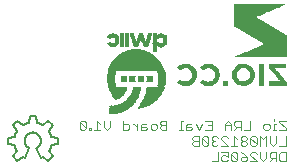
<source format=gbr>
G04 EAGLE Gerber RS-274X export*
G75*
%MOMM*%
%FSLAX34Y34*%
%LPD*%
%AMOC8*
5,1,8,0,0,1.08239X$1,22.5*%
G01*
%ADD10C,0.101600*%
%ADD11C,0.152400*%
%ADD12R,0.120000X0.020000*%
%ADD13R,0.340000X0.020000*%
%ADD14R,0.320000X0.020000*%
%ADD15R,0.140000X0.020000*%
%ADD16R,0.280000X0.020000*%
%ADD17R,0.360000X0.020000*%
%ADD18R,0.420000X0.020000*%
%ADD19R,0.380000X0.020000*%
%ADD20R,0.480000X0.020000*%
%ADD21R,0.540000X0.020000*%
%ADD22R,0.560000X0.020000*%
%ADD23R,0.400000X0.020000*%
%ADD24R,0.640000X0.020000*%
%ADD25R,0.620000X0.020000*%
%ADD26R,0.700000X0.020000*%
%ADD27R,0.660000X0.020000*%
%ADD28R,0.740000X0.020000*%
%ADD29R,1.080000X0.020000*%
%ADD30R,0.800000X0.020000*%
%ADD31R,1.100000X0.020000*%
%ADD32R,0.440000X0.020000*%
%ADD33R,0.840000X0.020000*%
%ADD34R,1.120000X0.020000*%
%ADD35R,0.460000X0.020000*%
%ADD36R,0.860000X0.020000*%
%ADD37R,0.900000X0.020000*%
%ADD38R,1.140000X0.020000*%
%ADD39R,0.920000X0.020000*%
%ADD40R,1.160000X0.020000*%
%ADD41R,0.960000X0.020000*%
%ADD42R,0.500000X0.020000*%
%ADD43R,0.520000X0.020000*%
%ADD44R,0.940000X0.020000*%
%ADD45R,0.260000X0.020000*%
%ADD46R,0.180000X0.020000*%
%ADD47R,0.580000X0.020000*%
%ADD48R,0.060000X0.020000*%
%ADD49R,0.600000X0.020000*%
%ADD50R,0.300000X0.020000*%
%ADD51R,0.040000X0.020000*%
%ADD52R,0.100000X0.020000*%
%ADD53R,0.160000X0.020000*%
%ADD54R,0.220000X0.020000*%
%ADD55R,0.980000X0.020000*%
%ADD56R,0.880000X0.020000*%
%ADD57R,0.760000X0.020000*%
%ADD58R,1.060000X0.020000*%
%ADD59R,0.720000X0.020000*%
%ADD60R,0.820000X0.020000*%
%ADD61R,1.180000X0.020000*%
%ADD62R,1.340000X0.020000*%
%ADD63R,1.460000X0.020000*%
%ADD64R,1.600000X0.020000*%
%ADD65R,1.700000X0.020000*%
%ADD66R,1.820000X0.020000*%
%ADD67R,1.900000X0.020000*%
%ADD68R,1.980000X0.020000*%
%ADD69R,2.100000X0.020000*%
%ADD70R,2.160000X0.020000*%
%ADD71R,2.260000X0.020000*%
%ADD72R,2.340000X0.020000*%
%ADD73R,2.400000X0.020000*%
%ADD74R,2.480000X0.020000*%
%ADD75R,2.540000X0.020000*%
%ADD76R,2.600000X0.020000*%
%ADD77R,2.680000X0.020000*%
%ADD78R,2.720000X0.020000*%
%ADD79R,2.800000X0.020000*%
%ADD80R,2.840000X0.020000*%
%ADD81R,2.900000X0.020000*%
%ADD82R,2.960000X0.020000*%
%ADD83R,3.000000X0.020000*%
%ADD84R,3.060000X0.020000*%
%ADD85R,3.120000X0.020000*%
%ADD86R,3.160000X0.020000*%
%ADD87R,3.200000X0.020000*%
%ADD88R,3.260000X0.020000*%
%ADD89R,3.300000X0.020000*%
%ADD90R,3.340000X0.020000*%
%ADD91R,3.380000X0.020000*%
%ADD92R,3.420000X0.020000*%
%ADD93R,3.460000X0.020000*%
%ADD94R,3.520000X0.020000*%
%ADD95R,3.540000X0.020000*%
%ADD96R,3.580000X0.020000*%
%ADD97R,3.620000X0.020000*%
%ADD98R,3.660000X0.020000*%
%ADD99R,3.700000X0.020000*%
%ADD100R,3.740000X0.020000*%
%ADD101R,3.780000X0.020000*%
%ADD102R,3.800000X0.020000*%
%ADD103R,3.840000X0.020000*%
%ADD104R,3.860000X0.020000*%
%ADD105R,3.900000X0.020000*%
%ADD106R,3.940000X0.020000*%
%ADD107R,3.960000X0.020000*%
%ADD108R,3.980000X0.020000*%
%ADD109R,4.020000X0.020000*%
%ADD110R,4.060000X0.020000*%
%ADD111R,4.080000X0.020000*%
%ADD112R,4.100000X0.020000*%
%ADD113R,4.120000X0.020000*%
%ADD114R,4.160000X0.020000*%
%ADD115R,4.180000X0.020000*%
%ADD116R,4.200000X0.020000*%
%ADD117R,4.240000X0.020000*%
%ADD118R,4.260000X0.020000*%
%ADD119R,4.280000X0.020000*%
%ADD120R,4.300000X0.020000*%
%ADD121R,4.320000X0.020000*%
%ADD122R,4.340000X0.020000*%
%ADD123R,4.380000X0.020000*%
%ADD124R,4.400000X0.020000*%
%ADD125R,4.440000X0.020000*%
%ADD126R,4.460000X0.020000*%
%ADD127R,4.500000X0.020000*%
%ADD128R,4.520000X0.020000*%
%ADD129R,4.540000X0.020000*%
%ADD130R,4.560000X0.020000*%
%ADD131R,4.580000X0.020000*%
%ADD132R,4.600000X0.020000*%
%ADD133R,4.620000X0.020000*%
%ADD134R,4.640000X0.020000*%
%ADD135R,4.660000X0.020000*%
%ADD136R,4.680000X0.020000*%
%ADD137R,4.700000X0.020000*%
%ADD138R,4.720000X0.020000*%
%ADD139R,4.740000X0.020000*%
%ADD140R,0.680000X0.020000*%
%ADD141R,1.480000X0.020000*%
%ADD142R,1.580000X0.020000*%
%ADD143R,1.560000X0.020000*%
%ADD144R,1.540000X0.020000*%
%ADD145R,1.520000X0.020000*%
%ADD146R,1.500000X0.020000*%
%ADD147R,1.440000X0.020000*%
%ADD148R,1.400000X0.020000*%
%ADD149R,1.420000X0.020000*%
%ADD150R,1.380000X0.020000*%
%ADD151R,1.360000X0.020000*%
%ADD152R,1.320000X0.020000*%
%ADD153R,1.300000X0.020000*%
%ADD154R,1.260000X0.020000*%
%ADD155R,1.220000X0.020000*%
%ADD156R,1.200000X0.020000*%
%ADD157R,1.040000X0.020000*%
%ADD158R,1.020000X0.020000*%
%ADD159R,1.000000X0.020000*%
%ADD160R,1.280000X0.020000*%
%ADD161R,0.780000X0.020000*%
%ADD162R,1.240000X0.020000*%
%ADD163R,0.020000X0.020000*%
%ADD164R,1.840000X0.020000*%
%ADD165R,1.800000X0.020000*%
%ADD166R,1.780000X0.020000*%
%ADD167R,1.760000X0.020000*%
%ADD168R,1.740000X0.020000*%
%ADD169R,1.680000X0.020000*%
%ADD170R,1.660000X0.020000*%
%ADD171R,1.620000X0.020000*%

G36*
X296769Y94977D02*
X296769Y94977D01*
X296768Y94978D01*
X296769Y94979D01*
X296769Y113689D01*
X296764Y113694D01*
X296764Y113699D01*
X296528Y113853D01*
X296527Y113853D01*
X295093Y114692D01*
X293660Y115528D01*
X292224Y116364D01*
X290788Y117198D01*
X289351Y118032D01*
X287915Y118866D01*
X286480Y119700D01*
X285042Y120534D01*
X283607Y121368D01*
X282193Y122189D01*
X280779Y123010D01*
X279368Y123833D01*
X276544Y125479D01*
X275134Y126305D01*
X273724Y127134D01*
X272318Y127964D01*
X270942Y128801D01*
X272476Y129486D01*
X274039Y130157D01*
X275606Y130825D01*
X277174Y131491D01*
X278741Y132154D01*
X280310Y132816D01*
X281879Y133478D01*
X283450Y134137D01*
X285056Y134812D01*
X286661Y135486D01*
X288267Y136161D01*
X289873Y136838D01*
X291478Y137513D01*
X293084Y138189D01*
X294688Y138868D01*
X296292Y139550D01*
X296294Y139555D01*
X296299Y139559D01*
X296297Y139561D01*
X296299Y139564D01*
X296292Y139567D01*
X296288Y139573D01*
X294642Y139681D01*
X294641Y139681D01*
X294307Y139685D01*
X294304Y139685D01*
X293198Y139696D01*
X293198Y139697D01*
X293195Y139697D01*
X292942Y139699D01*
X291519Y139708D01*
X291514Y139708D01*
X291243Y139710D01*
X289544Y139718D01*
X288223Y139720D01*
X288208Y139720D01*
X287845Y139721D01*
X286146Y139725D01*
X284447Y139727D01*
X282747Y139728D01*
X281048Y139730D01*
X279349Y139730D01*
X277650Y139732D01*
X274252Y139732D01*
X274133Y139732D01*
X274104Y139732D01*
X272533Y139734D01*
X267376Y139734D01*
X265657Y139736D01*
X262218Y139736D01*
X260499Y139738D01*
X255342Y139738D01*
X253623Y139739D01*
X253623Y139740D01*
X251904Y139740D01*
X251892Y139729D01*
X251893Y139728D01*
X251892Y139728D01*
X251892Y120940D01*
X251897Y120935D01*
X251898Y120930D01*
X253337Y120096D01*
X256219Y118424D01*
X257659Y117589D01*
X259100Y116755D01*
X260539Y115919D01*
X261980Y115083D01*
X263421Y114247D01*
X264861Y113412D01*
X266303Y112576D01*
X267746Y111738D01*
X269187Y110901D01*
X270629Y110061D01*
X272071Y109222D01*
X273513Y108383D01*
X274952Y107539D01*
X276391Y106696D01*
X277803Y105854D01*
X276162Y105139D01*
X274492Y104430D01*
X272823Y103724D01*
X271153Y103020D01*
X269481Y102316D01*
X267808Y101614D01*
X266137Y100911D01*
X264527Y100236D01*
X262916Y99560D01*
X261305Y98885D01*
X259696Y98210D01*
X258084Y97534D01*
X256473Y96859D01*
X253254Y95505D01*
X252057Y94999D01*
X252054Y94993D01*
X252049Y94989D01*
X252051Y94987D01*
X252050Y94985D01*
X252056Y94981D01*
X252061Y94976D01*
X257218Y94976D01*
X258936Y94974D01*
X265812Y94974D01*
X267531Y94972D01*
X274409Y94972D01*
X276128Y94970D01*
X283005Y94970D01*
X284724Y94969D01*
X291600Y94969D01*
X293319Y94967D01*
X296757Y94967D01*
X296769Y94977D01*
G37*
G36*
X260898Y70631D02*
X260898Y70631D01*
X261440Y70644D01*
X261441Y70644D01*
X262705Y70821D01*
X262705Y70822D01*
X262706Y70822D01*
X262707Y70822D01*
X264397Y71425D01*
X264398Y71427D01*
X264399Y71426D01*
X265946Y72339D01*
X265947Y72340D01*
X265948Y72340D01*
X267298Y73523D01*
X267298Y73525D01*
X267299Y73525D01*
X268384Y74904D01*
X268383Y74905D01*
X268385Y74906D01*
X269184Y76466D01*
X269184Y76467D01*
X269185Y76468D01*
X269649Y78160D01*
X269649Y78161D01*
X269650Y78162D01*
X269794Y79908D01*
X269793Y79909D01*
X269794Y79910D01*
X269659Y81702D01*
X269658Y81704D01*
X269658Y81705D01*
X269176Y83437D01*
X269174Y83438D01*
X269175Y83439D01*
X268370Y85026D01*
X268369Y85027D01*
X268369Y85028D01*
X267273Y86431D01*
X267272Y86431D01*
X267272Y86432D01*
X265933Y87608D01*
X265932Y87608D01*
X265932Y87610D01*
X264403Y88520D01*
X264401Y88520D01*
X264401Y88521D01*
X262729Y89138D01*
X262728Y89137D01*
X262727Y89138D01*
X261328Y89363D01*
X261327Y89363D01*
X260899Y89385D01*
X260524Y89404D01*
X260047Y89428D01*
X259911Y89435D01*
X259910Y89434D01*
X259910Y89435D01*
X258496Y89354D01*
X258495Y89353D01*
X258494Y89354D01*
X256729Y88900D01*
X256728Y88899D01*
X256727Y88900D01*
X255063Y88155D01*
X255062Y88154D01*
X255061Y88154D01*
X253552Y87134D01*
X253552Y87132D01*
X253550Y87132D01*
X252567Y86121D01*
X252567Y86120D01*
X252565Y86120D01*
X251752Y84967D01*
X251752Y84966D01*
X251751Y84966D01*
X251096Y83715D01*
X251096Y83714D01*
X251095Y83714D01*
X250624Y82384D01*
X250624Y82382D01*
X250623Y82382D01*
X250407Y80820D01*
X250408Y80819D01*
X250407Y80818D01*
X250407Y79238D01*
X250408Y79237D01*
X250407Y79236D01*
X250625Y77675D01*
X250626Y77674D01*
X250625Y77672D01*
X251187Y76101D01*
X251188Y76101D01*
X251188Y76100D01*
X252009Y74646D01*
X252010Y74645D01*
X252010Y74644D01*
X253072Y73358D01*
X253074Y73358D01*
X253074Y73357D01*
X254349Y72281D01*
X254350Y72281D01*
X254350Y72280D01*
X255793Y71444D01*
X255795Y71445D01*
X255795Y71444D01*
X257190Y70908D01*
X257192Y70908D01*
X257193Y70907D01*
X258667Y70658D01*
X258668Y70659D01*
X258668Y70658D01*
X260162Y70614D01*
X260163Y70615D01*
X260163Y70614D01*
X260898Y70631D01*
G37*
G36*
X296873Y70826D02*
X296873Y70826D01*
X296873Y70827D01*
X296871Y72369D01*
X296868Y73911D01*
X296864Y73915D01*
X296865Y73919D01*
X295866Y75080D01*
X294868Y76239D01*
X292871Y78562D01*
X291872Y79721D01*
X290874Y80883D01*
X289873Y82044D01*
X288875Y83203D01*
X287876Y84365D01*
X286895Y85505D01*
X288482Y85514D01*
X291708Y85532D01*
X293321Y85541D01*
X294934Y85550D01*
X296549Y85559D01*
X296561Y85570D01*
X296560Y85571D01*
X296561Y85571D01*
X296561Y89125D01*
X296550Y89136D01*
X296549Y89136D01*
X296549Y89137D01*
X281596Y89137D01*
X281585Y89126D01*
X281585Y89125D01*
X281584Y89125D01*
X281584Y86092D01*
X281588Y86089D01*
X281587Y86085D01*
X282589Y84918D01*
X283592Y83753D01*
X284594Y82586D01*
X285596Y81421D01*
X286598Y80256D01*
X287600Y79090D01*
X288603Y77925D01*
X289605Y76758D01*
X290607Y75593D01*
X291592Y74446D01*
X291384Y74445D01*
X291379Y74445D01*
X289948Y74437D01*
X289204Y74433D01*
X289199Y74433D01*
X288277Y74428D01*
X287023Y74421D01*
X287018Y74421D01*
X286607Y74418D01*
X284938Y74409D01*
X284846Y74409D01*
X284840Y74409D01*
X283266Y74400D01*
X282510Y74397D01*
X282503Y74397D01*
X281596Y74393D01*
X281584Y74382D01*
X281585Y74382D01*
X281584Y74381D01*
X281584Y70827D01*
X281595Y70816D01*
X281596Y70816D01*
X296861Y70816D01*
X296873Y70826D01*
G37*
G36*
X231435Y70615D02*
X231435Y70615D01*
X231436Y70614D01*
X233144Y70810D01*
X233145Y70812D01*
X233146Y70811D01*
X234715Y71365D01*
X234716Y71366D01*
X234717Y71366D01*
X236168Y72181D01*
X236168Y72183D01*
X236169Y72183D01*
X237440Y73254D01*
X237441Y73256D01*
X237442Y73256D01*
X238492Y74545D01*
X238492Y74547D01*
X238493Y74547D01*
X239296Y76005D01*
X239295Y76006D01*
X239297Y76006D01*
X239852Y77575D01*
X239852Y77577D01*
X239853Y77578D01*
X240025Y78794D01*
X240024Y78795D01*
X240025Y78795D01*
X240040Y80028D01*
X240039Y80028D01*
X240040Y80028D01*
X240010Y81365D01*
X240009Y81366D01*
X240010Y81367D01*
X239752Y82675D01*
X239751Y82676D01*
X239752Y82677D01*
X239185Y84149D01*
X239184Y84150D01*
X239184Y84151D01*
X238394Y85517D01*
X238393Y85517D01*
X238393Y85519D01*
X237382Y86729D01*
X237380Y86729D01*
X237380Y86731D01*
X236173Y87744D01*
X236172Y87744D01*
X236171Y87745D01*
X234805Y88532D01*
X234804Y88531D01*
X234803Y88532D01*
X233328Y89092D01*
X233326Y89091D01*
X233326Y89092D01*
X231766Y89380D01*
X231765Y89379D01*
X231764Y89380D01*
X231755Y89380D01*
X231442Y89392D01*
X231129Y89404D01*
X230816Y89416D01*
X230815Y89416D01*
X230503Y89428D01*
X230502Y89428D01*
X230189Y89440D01*
X230180Y89440D01*
X230179Y89440D01*
X228599Y89299D01*
X228598Y89299D01*
X228597Y89299D01*
X227249Y89003D01*
X227248Y89002D01*
X225956Y88514D01*
X225956Y88513D01*
X225955Y88513D01*
X224764Y87815D01*
X224764Y87813D01*
X224763Y87814D01*
X223673Y86965D01*
X223672Y86965D01*
X223314Y86658D01*
X223313Y86649D01*
X223312Y86648D01*
X223312Y86647D01*
X223312Y86642D01*
X223313Y86642D01*
X223313Y86641D01*
X223955Y85902D01*
X224595Y85165D01*
X225878Y83687D01*
X225885Y83686D01*
X225887Y83686D01*
X225894Y83685D01*
X225895Y83685D01*
X226644Y84248D01*
X228058Y85121D01*
X229633Y85643D01*
X231290Y85671D01*
X232870Y85173D01*
X234149Y84275D01*
X235098Y83034D01*
X235676Y81580D01*
X235875Y80026D01*
X235696Y78471D01*
X235136Y77009D01*
X234211Y75748D01*
X233145Y74914D01*
X231883Y74429D01*
X230533Y74290D01*
X229065Y74438D01*
X227689Y74962D01*
X226474Y75804D01*
X225802Y76358D01*
X225786Y76357D01*
X224491Y75051D01*
X223844Y74400D01*
X223196Y73747D01*
X223196Y73744D01*
X223196Y73743D01*
X223195Y73732D01*
X223197Y73732D01*
X223197Y73730D01*
X223875Y73105D01*
X223876Y73105D01*
X223876Y73104D01*
X225112Y72106D01*
X225113Y72106D01*
X225113Y72105D01*
X226492Y71320D01*
X226494Y71320D01*
X226494Y71319D01*
X227998Y70811D01*
X227999Y70811D01*
X228000Y70810D01*
X229710Y70618D01*
X229711Y70619D01*
X229711Y70618D01*
X231434Y70614D01*
X231435Y70615D01*
G37*
G36*
X212170Y70613D02*
X212170Y70613D01*
X212171Y70613D01*
X213919Y70814D01*
X213921Y70815D01*
X213922Y70814D01*
X215491Y71383D01*
X215492Y71385D01*
X215493Y71384D01*
X216931Y72231D01*
X216931Y72232D01*
X216932Y72232D01*
X218192Y73326D01*
X218193Y73327D01*
X218194Y73327D01*
X219234Y74631D01*
X219234Y74633D01*
X219236Y74633D01*
X220029Y76102D01*
X220029Y76103D01*
X220030Y76103D01*
X220553Y77689D01*
X220553Y77690D01*
X220554Y77691D01*
X220557Y77714D01*
X220564Y77762D01*
X220569Y77797D01*
X220571Y77809D01*
X220576Y77845D01*
X220578Y77857D01*
X220583Y77893D01*
X220590Y77941D01*
X220597Y77988D01*
X220598Y77988D01*
X220597Y77988D01*
X220605Y78036D01*
X220610Y78072D01*
X220612Y78084D01*
X220617Y78120D01*
X220619Y78132D01*
X220624Y78167D01*
X220631Y78215D01*
X220638Y78263D01*
X220645Y78311D01*
X220650Y78346D01*
X220650Y78347D01*
X220652Y78358D01*
X220657Y78394D01*
X220659Y78406D01*
X220664Y78442D01*
X220671Y78490D01*
X220678Y78537D01*
X220678Y78538D01*
X220685Y78585D01*
X220691Y78621D01*
X220692Y78633D01*
X220698Y78669D01*
X220699Y78681D01*
X220705Y78717D01*
X220712Y78764D01*
X220719Y78812D01*
X220726Y78860D01*
X220731Y78896D01*
X220733Y78908D01*
X220738Y78943D01*
X220740Y78955D01*
X220745Y78991D01*
X220752Y79039D01*
X220759Y79087D01*
X220766Y79134D01*
X220772Y79170D01*
X220773Y79182D01*
X220779Y79218D01*
X220780Y79230D01*
X220786Y79266D01*
X220793Y79313D01*
X220797Y79342D01*
X220796Y79344D01*
X220797Y79345D01*
X220753Y81012D01*
X220752Y81013D01*
X220753Y81014D01*
X220451Y82613D01*
X220450Y82614D01*
X220451Y82615D01*
X219891Y84142D01*
X219890Y84142D01*
X219890Y84144D01*
X219075Y85550D01*
X219073Y85550D01*
X219073Y85552D01*
X218018Y86788D01*
X218017Y86788D01*
X218017Y86789D01*
X216758Y87819D01*
X216757Y87819D01*
X216757Y87820D01*
X215337Y88614D01*
X215336Y88614D01*
X215336Y88615D01*
X213805Y89165D01*
X213803Y89164D01*
X213802Y89166D01*
X212036Y89394D01*
X212035Y89394D01*
X212034Y89394D01*
X210668Y89390D01*
X210657Y89390D01*
X210249Y89389D01*
X210249Y89388D01*
X210248Y89389D01*
X208481Y89160D01*
X208480Y89159D01*
X208479Y89160D01*
X206943Y88633D01*
X206942Y88632D01*
X206941Y88632D01*
X205511Y87868D01*
X205510Y87866D01*
X205509Y87867D01*
X204768Y87291D01*
X204768Y87290D01*
X204767Y87290D01*
X204114Y86626D01*
X204114Y86610D01*
X204905Y85621D01*
X204906Y85620D01*
X205743Y84665D01*
X205744Y84665D01*
X206625Y83754D01*
X206639Y83753D01*
X206641Y83753D01*
X207423Y84305D01*
X208594Y85065D01*
X209897Y85554D01*
X211284Y85691D01*
X212739Y85497D01*
X214078Y84906D01*
X215178Y83941D01*
X215968Y82706D01*
X216435Y81370D01*
X216552Y79959D01*
X216362Y78371D01*
X215771Y76887D01*
X214782Y75633D01*
X213463Y74735D01*
X212507Y74380D01*
X211486Y74305D01*
X209928Y74387D01*
X208468Y74918D01*
X207183Y75800D01*
X206464Y76364D01*
X206448Y76363D01*
X205230Y75139D01*
X204010Y73804D01*
X204010Y73788D01*
X204853Y72879D01*
X204854Y72878D01*
X205814Y72087D01*
X205816Y72088D01*
X205816Y72086D01*
X207188Y71342D01*
X207189Y71342D01*
X207189Y71341D01*
X208658Y70818D01*
X208660Y70819D01*
X208661Y70817D01*
X210407Y70614D01*
X210408Y70615D01*
X210408Y70614D01*
X212170Y70613D01*
X212170Y70613D01*
G37*
%LPC*%
G36*
X258704Y74402D02*
X258704Y74402D01*
X257356Y74945D01*
X256214Y75847D01*
X255342Y77013D01*
X254789Y78358D01*
X254635Y79928D01*
X254776Y81419D01*
X255294Y82819D01*
X256187Y84018D01*
X257427Y84996D01*
X258895Y85576D01*
X260468Y85716D01*
X260896Y85633D01*
X262017Y85410D01*
X263500Y84565D01*
X264635Y83284D01*
X265345Y81726D01*
X265586Y80032D01*
X265345Y78278D01*
X264608Y76670D01*
X263400Y75378D01*
X261843Y74537D01*
X260896Y74387D01*
X260283Y74292D01*
X258704Y74402D01*
G37*
%LPD*%
G36*
X277636Y70826D02*
X277636Y70826D01*
X277635Y70827D01*
X277636Y70827D01*
X277636Y89125D01*
X277626Y89136D01*
X277625Y89136D01*
X277624Y89137D01*
X273546Y89137D01*
X273534Y89126D01*
X273535Y89125D01*
X273534Y89125D01*
X273534Y70827D01*
X273544Y70816D01*
X273545Y70816D01*
X273546Y70816D01*
X277624Y70816D01*
X277636Y70826D01*
G37*
G36*
X247315Y70826D02*
X247315Y70826D01*
X247314Y70827D01*
X247315Y70827D01*
X247315Y75010D01*
X247304Y75022D01*
X247303Y75021D01*
X247303Y75022D01*
X243120Y75022D01*
X243108Y75011D01*
X243109Y75011D01*
X243108Y75010D01*
X243108Y70827D01*
X243119Y70816D01*
X243120Y70816D01*
X247303Y70816D01*
X247315Y70826D01*
G37*
D10*
X295910Y41155D02*
X290656Y41155D01*
X290656Y39841D01*
X295910Y34587D01*
X295910Y33274D01*
X290656Y33274D01*
X287724Y38528D02*
X286411Y38528D01*
X286411Y33274D01*
X287724Y33274D02*
X285097Y33274D01*
X286411Y41155D02*
X286411Y42468D01*
X280954Y33274D02*
X278327Y33274D01*
X277013Y34587D01*
X277013Y37214D01*
X278327Y38528D01*
X280954Y38528D01*
X282267Y37214D01*
X282267Y34587D01*
X280954Y33274D01*
X265895Y33274D02*
X265895Y41155D01*
X265895Y33274D02*
X260642Y33274D01*
X257710Y33274D02*
X257710Y41155D01*
X253769Y41155D01*
X252456Y39841D01*
X252456Y37214D01*
X253769Y35901D01*
X257710Y35901D01*
X255083Y35901D02*
X252456Y33274D01*
X249524Y33274D02*
X249524Y38528D01*
X246897Y41155D01*
X244270Y38528D01*
X244270Y33274D01*
X244270Y37214D02*
X249524Y37214D01*
X233152Y41155D02*
X227899Y41155D01*
X233152Y41155D02*
X233152Y33274D01*
X227899Y33274D01*
X230525Y37214D02*
X233152Y37214D01*
X224967Y38528D02*
X222340Y33274D01*
X219713Y38528D01*
X215467Y38528D02*
X212840Y38528D01*
X211527Y37214D01*
X211527Y33274D01*
X215467Y33274D01*
X216781Y34587D01*
X215467Y35901D01*
X211527Y35901D01*
X208595Y41155D02*
X207282Y41155D01*
X207282Y33274D01*
X208595Y33274D02*
X205968Y33274D01*
X194952Y33274D02*
X194952Y41155D01*
X191012Y41155D01*
X189698Y39841D01*
X189698Y38528D01*
X191012Y37214D01*
X189698Y35901D01*
X189698Y34587D01*
X191012Y33274D01*
X194952Y33274D01*
X194952Y37214D02*
X191012Y37214D01*
X185453Y33274D02*
X182826Y33274D01*
X181512Y34587D01*
X181512Y37214D01*
X182826Y38528D01*
X185453Y38528D01*
X186766Y37214D01*
X186766Y34587D01*
X185453Y33274D01*
X177267Y38528D02*
X174640Y38528D01*
X173327Y37214D01*
X173327Y33274D01*
X177267Y33274D01*
X178580Y34587D01*
X177267Y35901D01*
X173327Y35901D01*
X170395Y33274D02*
X170395Y38528D01*
X170395Y35901D02*
X167768Y38528D01*
X166454Y38528D01*
X158319Y41155D02*
X158319Y33274D01*
X162260Y33274D01*
X163573Y34587D01*
X163573Y37214D01*
X162260Y38528D01*
X158319Y38528D01*
X147202Y41155D02*
X147202Y35901D01*
X144575Y33274D01*
X141948Y35901D01*
X141948Y41155D01*
X139016Y38528D02*
X136389Y41155D01*
X136389Y33274D01*
X139016Y33274D02*
X133762Y33274D01*
X130830Y33274D02*
X130830Y34587D01*
X129517Y34587D01*
X129517Y33274D01*
X130830Y33274D01*
X126737Y34587D02*
X126737Y39841D01*
X125424Y41155D01*
X122797Y41155D01*
X121483Y39841D01*
X121483Y34587D01*
X122797Y33274D01*
X125424Y33274D01*
X126737Y34587D01*
X121483Y39841D01*
X295910Y27820D02*
X295910Y19939D01*
X290656Y19939D01*
X287724Y22566D02*
X287724Y27820D01*
X287724Y22566D02*
X285097Y19939D01*
X282470Y22566D01*
X282470Y27820D01*
X279538Y27820D02*
X279538Y19939D01*
X276912Y25193D02*
X279538Y27820D01*
X276912Y25193D02*
X274285Y27820D01*
X274285Y19939D01*
X271353Y21252D02*
X271353Y26506D01*
X270039Y27820D01*
X267412Y27820D01*
X266099Y26506D01*
X266099Y21252D01*
X267412Y19939D01*
X270039Y19939D01*
X271353Y21252D01*
X266099Y26506D01*
X263167Y26506D02*
X261853Y27820D01*
X259227Y27820D01*
X257913Y26506D01*
X257913Y25193D01*
X259227Y23879D01*
X257913Y22566D01*
X257913Y21252D01*
X259227Y19939D01*
X261853Y19939D01*
X263167Y21252D01*
X263167Y22566D01*
X261853Y23879D01*
X263167Y25193D01*
X263167Y26506D01*
X261853Y23879D02*
X259227Y23879D01*
X254981Y25193D02*
X252354Y27820D01*
X252354Y19939D01*
X254981Y19939D02*
X249727Y19939D01*
X246795Y19939D02*
X241542Y19939D01*
X246795Y19939D02*
X241542Y25193D01*
X241542Y26506D01*
X242855Y27820D01*
X245482Y27820D01*
X246795Y26506D01*
X238610Y26506D02*
X237296Y27820D01*
X234669Y27820D01*
X233356Y26506D01*
X233356Y25193D01*
X234669Y23879D01*
X235983Y23879D01*
X234669Y23879D02*
X233356Y22566D01*
X233356Y21252D01*
X234669Y19939D01*
X237296Y19939D01*
X238610Y21252D01*
X230424Y21252D02*
X230424Y26506D01*
X229110Y27820D01*
X226483Y27820D01*
X225170Y26506D01*
X225170Y21252D01*
X226483Y19939D01*
X229110Y19939D01*
X230424Y21252D01*
X225170Y26506D01*
X222238Y27820D02*
X222238Y19939D01*
X222238Y27820D02*
X218298Y27820D01*
X216984Y26506D01*
X216984Y25193D01*
X218298Y23879D01*
X216984Y22566D01*
X216984Y21252D01*
X218298Y19939D01*
X222238Y19939D01*
X222238Y23879D02*
X218298Y23879D01*
X295910Y14485D02*
X295910Y6604D01*
X291970Y6604D01*
X290656Y7917D01*
X290656Y13171D01*
X291970Y14485D01*
X295910Y14485D01*
X287724Y14485D02*
X287724Y6604D01*
X287724Y14485D02*
X283784Y14485D01*
X282470Y13171D01*
X282470Y10544D01*
X283784Y9231D01*
X287724Y9231D01*
X285097Y9231D02*
X282470Y6604D01*
X279538Y9231D02*
X279538Y14485D01*
X279538Y9231D02*
X276912Y6604D01*
X274285Y9231D01*
X274285Y14485D01*
X271353Y6604D02*
X266099Y6604D01*
X271353Y6604D02*
X266099Y11858D01*
X266099Y13171D01*
X267412Y14485D01*
X270039Y14485D01*
X271353Y13171D01*
X260540Y13171D02*
X257913Y14485D01*
X260540Y13171D02*
X263167Y10544D01*
X263167Y7917D01*
X261853Y6604D01*
X259227Y6604D01*
X257913Y7917D01*
X257913Y9231D01*
X259227Y10544D01*
X263167Y10544D01*
X254981Y7917D02*
X254981Y13171D01*
X253668Y14485D01*
X251041Y14485D01*
X249727Y13171D01*
X249727Y7917D01*
X251041Y6604D01*
X253668Y6604D01*
X254981Y7917D01*
X249727Y13171D01*
X246795Y14485D02*
X241542Y14485D01*
X246795Y14485D02*
X246795Y10544D01*
X244168Y11858D01*
X242855Y11858D01*
X241542Y10544D01*
X241542Y7917D01*
X242855Y6604D01*
X245482Y6604D01*
X246795Y7917D01*
X238610Y6604D02*
X238610Y14485D01*
X238610Y6604D02*
X233356Y6604D01*
D11*
X88646Y9398D02*
X84836Y18034D01*
X88646Y9398D02*
X90424Y10414D01*
X94996Y7366D01*
X98552Y10922D01*
X95504Y15494D01*
X97536Y20574D02*
X103124Y21590D01*
X103124Y26670D01*
X97282Y27686D01*
X95250Y32512D02*
X98552Y37338D01*
X94996Y40894D01*
X90170Y37592D01*
X85598Y39370D02*
X84328Y45466D01*
X79502Y45466D01*
X78232Y39370D01*
X73660Y37592D02*
X68580Y40894D01*
X65024Y37338D01*
X68580Y32512D01*
X66294Y27686D02*
X60706Y26670D01*
X60706Y21590D01*
X66294Y20574D01*
X68326Y15494D02*
X65024Y10922D01*
X68580Y7366D01*
X73152Y10414D01*
X75184Y9398D01*
X78740Y18034D01*
X78588Y18111D01*
X78439Y18191D01*
X78291Y18275D01*
X78145Y18363D01*
X78002Y18454D01*
X77861Y18549D01*
X77722Y18647D01*
X77585Y18748D01*
X77451Y18853D01*
X77320Y18961D01*
X77192Y19072D01*
X77066Y19186D01*
X76943Y19304D01*
X76823Y19424D01*
X76706Y19547D01*
X76592Y19673D01*
X76481Y19802D01*
X76373Y19934D01*
X76269Y20068D01*
X76168Y20204D01*
X76070Y20343D01*
X75976Y20485D01*
X75885Y20629D01*
X75798Y20774D01*
X75714Y20922D01*
X75634Y21072D01*
X75558Y21224D01*
X75485Y21378D01*
X75417Y21534D01*
X75352Y21691D01*
X75291Y21849D01*
X75234Y22009D01*
X75181Y22171D01*
X75131Y22334D01*
X75086Y22497D01*
X75045Y22662D01*
X75008Y22828D01*
X74975Y22995D01*
X74946Y23162D01*
X74921Y23331D01*
X74901Y23499D01*
X74884Y23668D01*
X74872Y23838D01*
X74863Y24008D01*
X74859Y24178D01*
X74860Y24348D01*
X74864Y24518D01*
X74872Y24687D01*
X74885Y24857D01*
X74902Y25026D01*
X74923Y25195D01*
X74948Y25363D01*
X74977Y25530D01*
X75010Y25697D01*
X75048Y25863D01*
X75089Y26028D01*
X75134Y26191D01*
X75184Y26354D01*
X75237Y26515D01*
X75295Y26675D01*
X75356Y26834D01*
X75421Y26991D01*
X75490Y27146D01*
X75563Y27300D01*
X75639Y27452D01*
X75720Y27601D01*
X75803Y27749D01*
X75891Y27895D01*
X75982Y28039D01*
X76076Y28180D01*
X76174Y28319D01*
X76276Y28455D01*
X76380Y28589D01*
X76488Y28721D01*
X76599Y28849D01*
X76713Y28975D01*
X76831Y29098D01*
X76951Y29218D01*
X77074Y29335D01*
X77200Y29449D01*
X77329Y29560D01*
X77460Y29668D01*
X77594Y29773D01*
X77731Y29874D01*
X77870Y29972D01*
X78011Y30066D01*
X78155Y30157D01*
X78301Y30244D01*
X78449Y30328D01*
X78598Y30408D01*
X78750Y30485D01*
X78904Y30557D01*
X79059Y30626D01*
X79216Y30691D01*
X79375Y30752D01*
X79535Y30810D01*
X79696Y30863D01*
X79859Y30912D01*
X80023Y30957D01*
X80188Y30999D01*
X80354Y31036D01*
X80520Y31069D01*
X80688Y31098D01*
X80856Y31123D01*
X81025Y31144D01*
X81194Y31160D01*
X81363Y31173D01*
X81533Y31181D01*
X81703Y31185D01*
X81873Y31185D01*
X82043Y31181D01*
X82213Y31173D01*
X82382Y31160D01*
X82551Y31144D01*
X82720Y31123D01*
X82888Y31098D01*
X83056Y31069D01*
X83222Y31036D01*
X83388Y30999D01*
X83553Y30957D01*
X83717Y30912D01*
X83880Y30863D01*
X84041Y30810D01*
X84201Y30752D01*
X84360Y30691D01*
X84517Y30626D01*
X84672Y30557D01*
X84826Y30485D01*
X84978Y30408D01*
X85127Y30328D01*
X85275Y30244D01*
X85421Y30157D01*
X85565Y30066D01*
X85706Y29972D01*
X85845Y29874D01*
X85982Y29773D01*
X86116Y29668D01*
X86247Y29560D01*
X86376Y29449D01*
X86502Y29335D01*
X86625Y29218D01*
X86745Y29098D01*
X86863Y28975D01*
X86977Y28849D01*
X87088Y28721D01*
X87196Y28589D01*
X87300Y28455D01*
X87402Y28319D01*
X87500Y28180D01*
X87594Y28039D01*
X87685Y27895D01*
X87773Y27749D01*
X87856Y27601D01*
X87937Y27452D01*
X88013Y27300D01*
X88086Y27146D01*
X88155Y26991D01*
X88220Y26834D01*
X88281Y26675D01*
X88339Y26515D01*
X88392Y26354D01*
X88442Y26191D01*
X88487Y26028D01*
X88528Y25863D01*
X88566Y25697D01*
X88599Y25530D01*
X88628Y25363D01*
X88653Y25195D01*
X88674Y25026D01*
X88691Y24857D01*
X88704Y24687D01*
X88712Y24518D01*
X88716Y24348D01*
X88717Y24178D01*
X88713Y24008D01*
X88704Y23838D01*
X88692Y23668D01*
X88675Y23499D01*
X88655Y23331D01*
X88630Y23162D01*
X88601Y22995D01*
X88568Y22828D01*
X88531Y22662D01*
X88490Y22497D01*
X88445Y22334D01*
X88395Y22171D01*
X88342Y22009D01*
X88285Y21849D01*
X88224Y21691D01*
X88159Y21534D01*
X88091Y21378D01*
X88018Y21224D01*
X87942Y21072D01*
X87862Y20922D01*
X87778Y20774D01*
X87691Y20629D01*
X87600Y20485D01*
X87506Y20343D01*
X87408Y20204D01*
X87307Y20068D01*
X87203Y19934D01*
X87095Y19802D01*
X86984Y19673D01*
X86870Y19547D01*
X86753Y19424D01*
X86633Y19304D01*
X86510Y19186D01*
X86384Y19072D01*
X86256Y18961D01*
X86125Y18853D01*
X85991Y18748D01*
X85854Y18647D01*
X85715Y18549D01*
X85574Y18454D01*
X85431Y18363D01*
X85285Y18275D01*
X85137Y18191D01*
X84988Y18111D01*
X84836Y18034D01*
X95443Y15616D02*
X95635Y15918D01*
X95820Y16223D01*
X95999Y16533D01*
X96170Y16847D01*
X96334Y17165D01*
X96490Y17486D01*
X96639Y17811D01*
X96781Y18139D01*
X96915Y18470D01*
X97041Y18805D01*
X97160Y19142D01*
X97271Y19481D01*
X97374Y19824D01*
X97470Y20168D01*
X97328Y27742D02*
X97233Y28102D01*
X97130Y28460D01*
X97019Y28816D01*
X96899Y29168D01*
X96772Y29518D01*
X96636Y29865D01*
X96492Y30209D01*
X96340Y30549D01*
X96180Y30885D01*
X96012Y31218D01*
X95837Y31547D01*
X95653Y31871D01*
X95463Y32191D01*
X95265Y32507D01*
X90109Y37485D02*
X89786Y37673D01*
X89459Y37852D01*
X89128Y38024D01*
X88793Y38188D01*
X88454Y38345D01*
X88111Y38493D01*
X87765Y38633D01*
X87416Y38765D01*
X87063Y38889D01*
X86708Y39004D01*
X86351Y39111D01*
X85991Y39209D01*
X85628Y39299D01*
X78232Y39406D02*
X77864Y39318D01*
X77498Y39220D01*
X77135Y39115D01*
X76774Y39000D01*
X76417Y38877D01*
X76062Y38745D01*
X75710Y38605D01*
X75362Y38457D01*
X75018Y38300D01*
X74677Y38135D01*
X74340Y37962D01*
X74008Y37781D01*
X73680Y37592D01*
X68453Y32471D02*
X68256Y32180D01*
X68066Y31884D01*
X67883Y31584D01*
X67706Y31279D01*
X67537Y30971D01*
X67375Y30659D01*
X67220Y30343D01*
X67072Y30024D01*
X66932Y29702D01*
X66799Y29376D01*
X66673Y29047D01*
X66556Y28716D01*
X66445Y28382D01*
X66343Y28045D01*
X66248Y27706D01*
X66319Y20594D02*
X66399Y20238D01*
X66487Y19884D01*
X66583Y19533D01*
X66688Y19183D01*
X66800Y18837D01*
X66920Y18493D01*
X67048Y18151D01*
X67184Y17813D01*
X67327Y17478D01*
X67478Y17146D01*
X67637Y16818D01*
X67803Y16494D01*
X67977Y16173D01*
X68158Y15857D01*
X68346Y15545D01*
D12*
X190680Y114226D03*
D13*
X185380Y114226D03*
X181180Y114226D03*
D14*
X173280Y114226D03*
X165680Y114226D03*
D13*
X161580Y114226D03*
X157380Y114226D03*
D15*
X149580Y114226D03*
D16*
X190680Y114026D03*
D17*
X185280Y114026D03*
X181080Y114026D03*
X173280Y114026D03*
D13*
X165580Y114026D03*
D17*
X161680Y114026D03*
X157280Y114026D03*
D14*
X149480Y114026D03*
D18*
X190780Y113826D03*
D17*
X185280Y113826D03*
X181080Y113826D03*
D19*
X173380Y113826D03*
D17*
X165680Y113826D03*
X161680Y113826D03*
X157280Y113826D03*
D20*
X149480Y113826D03*
X190680Y113626D03*
D17*
X185280Y113626D03*
X181080Y113626D03*
D19*
X173380Y113626D03*
D13*
X165780Y113626D03*
D17*
X161680Y113626D03*
X157280Y113626D03*
D21*
X149580Y113626D03*
D22*
X190680Y113426D03*
D17*
X185280Y113426D03*
X180880Y113426D03*
D23*
X173280Y113426D03*
D13*
X165780Y113426D03*
D17*
X161680Y113426D03*
X157280Y113426D03*
D24*
X149480Y113426D03*
D25*
X190780Y113226D03*
D17*
X185280Y113226D03*
X180880Y113226D03*
D23*
X173280Y113226D03*
D17*
X165880Y113226D03*
X161680Y113226D03*
X157280Y113226D03*
D26*
X149580Y113226D03*
D27*
X190780Y113026D03*
D19*
X185380Y113026D03*
D13*
X180780Y113026D03*
D18*
X173380Y113026D03*
D13*
X165980Y113026D03*
D17*
X161680Y113026D03*
X157280Y113026D03*
D28*
X149580Y113026D03*
D29*
X188880Y112826D03*
D17*
X180680Y112826D03*
D18*
X173380Y112826D03*
D13*
X165980Y112826D03*
D17*
X161680Y112826D03*
X157280Y112826D03*
D30*
X149480Y112826D03*
D31*
X188980Y112626D03*
D17*
X180680Y112626D03*
D32*
X173280Y112626D03*
D13*
X165980Y112626D03*
D17*
X161680Y112626D03*
X157280Y112626D03*
D33*
X149480Y112626D03*
D34*
X189080Y112426D03*
D13*
X180580Y112426D03*
D35*
X173380Y112426D03*
D13*
X166180Y112426D03*
D17*
X161680Y112426D03*
X157280Y112426D03*
D36*
X149580Y112426D03*
D34*
X189080Y112226D03*
D13*
X180580Y112226D03*
D35*
X173380Y112226D03*
D13*
X166180Y112226D03*
D17*
X161680Y112226D03*
X157280Y112226D03*
D37*
X149580Y112226D03*
D38*
X189180Y112026D03*
D17*
X180480Y112026D03*
D20*
X173280Y112026D03*
D14*
X166280Y112026D03*
D17*
X161680Y112026D03*
X157280Y112026D03*
D39*
X149480Y112026D03*
D40*
X189280Y111826D03*
D13*
X180380Y111826D03*
D20*
X173280Y111826D03*
D13*
X166380Y111826D03*
D17*
X161680Y111826D03*
X157280Y111826D03*
D41*
X149480Y111826D03*
D40*
X189280Y111626D03*
D13*
X180380Y111626D03*
D42*
X173380Y111626D03*
D13*
X166380Y111626D03*
D17*
X161680Y111626D03*
X157280Y111626D03*
D41*
X149680Y111626D03*
D40*
X189280Y111426D03*
D17*
X180280Y111426D03*
D43*
X173280Y111426D03*
D13*
X166380Y111426D03*
D17*
X161680Y111426D03*
X157280Y111426D03*
D44*
X149780Y111426D03*
D20*
X192880Y111226D03*
D21*
X186180Y111226D03*
D13*
X180180Y111226D03*
D43*
X173280Y111226D03*
D14*
X166480Y111226D03*
D17*
X161680Y111226D03*
X157280Y111226D03*
D20*
X152280Y111226D03*
D14*
X147080Y111226D03*
D35*
X193180Y111026D03*
D42*
X185980Y111026D03*
D13*
X180180Y111026D03*
D43*
X173280Y111026D03*
D13*
X166580Y111026D03*
D17*
X161680Y111026D03*
X157280Y111026D03*
D32*
X152480Y111026D03*
D45*
X146980Y111026D03*
D18*
X193380Y110826D03*
D35*
X185780Y110826D03*
D17*
X180080Y110826D03*
D21*
X173380Y110826D03*
D14*
X166680Y110826D03*
D17*
X161680Y110826D03*
X157280Y110826D03*
D18*
X152780Y110826D03*
D46*
X146980Y110826D03*
D23*
X193480Y110626D03*
D32*
X185680Y110626D03*
D13*
X179980Y110626D03*
D21*
X173380Y110626D03*
D14*
X166680Y110626D03*
D17*
X161680Y110626D03*
X157280Y110626D03*
D23*
X152880Y110626D03*
D12*
X147080Y110626D03*
D23*
X193480Y110426D03*
D18*
X185580Y110426D03*
D13*
X179980Y110426D03*
D47*
X173380Y110426D03*
D13*
X166780Y110426D03*
D17*
X161680Y110426D03*
X157280Y110426D03*
D19*
X152980Y110426D03*
D48*
X147180Y110426D03*
D19*
X193580Y110226D03*
D23*
X185480Y110226D03*
D14*
X179880Y110226D03*
D47*
X173380Y110226D03*
D14*
X166880Y110226D03*
D17*
X161680Y110226D03*
X157280Y110226D03*
X153080Y110226D03*
D19*
X193780Y110026D03*
D23*
X185480Y110026D03*
D13*
X179780Y110026D03*
D49*
X173280Y110026D03*
D14*
X166880Y110026D03*
D17*
X161680Y110026D03*
X157280Y110026D03*
D19*
X153180Y110026D03*
X193780Y109826D03*
D23*
X185480Y109826D03*
D13*
X179780Y109826D03*
D49*
X173280Y109826D03*
D14*
X167080Y109826D03*
D17*
X161680Y109826D03*
X157280Y109826D03*
D19*
X153180Y109826D03*
X193780Y109626D03*
X185380Y109626D03*
D14*
X179680Y109626D03*
D16*
X174880Y109626D03*
D50*
X171780Y109626D03*
D14*
X167080Y109626D03*
D17*
X161680Y109626D03*
X157280Y109626D03*
X153280Y109626D03*
X193880Y109426D03*
D19*
X185380Y109426D03*
D13*
X179580Y109426D03*
D16*
X175080Y109426D03*
D50*
X171780Y109426D03*
D14*
X167080Y109426D03*
D17*
X161680Y109426D03*
X157280Y109426D03*
X153280Y109426D03*
X193880Y109226D03*
D19*
X185380Y109226D03*
D13*
X179580Y109226D03*
D16*
X175080Y109226D03*
D50*
X171580Y109226D03*
X167180Y109226D03*
D17*
X161680Y109226D03*
X157280Y109226D03*
X153280Y109226D03*
X193880Y109026D03*
X185280Y109026D03*
D14*
X179480Y109026D03*
D50*
X175180Y109026D03*
X171580Y109026D03*
D14*
X167280Y109026D03*
D17*
X161680Y109026D03*
X157280Y109026D03*
X153280Y109026D03*
X193880Y108826D03*
X185280Y108826D03*
D13*
X179380Y108826D03*
D50*
X175180Y108826D03*
X171580Y108826D03*
D14*
X167280Y108826D03*
D17*
X161680Y108826D03*
X157280Y108826D03*
X153280Y108826D03*
X193880Y108626D03*
X185280Y108626D03*
D14*
X179280Y108626D03*
D16*
X175280Y108626D03*
X171480Y108626D03*
D50*
X167380Y108626D03*
D17*
X161680Y108626D03*
X157280Y108626D03*
X153280Y108626D03*
X193880Y108426D03*
X185280Y108426D03*
D14*
X179280Y108426D03*
D16*
X175280Y108426D03*
D50*
X171380Y108426D03*
D14*
X167480Y108426D03*
D17*
X161680Y108426D03*
X157280Y108426D03*
X153280Y108426D03*
X193880Y108226D03*
X185280Y108226D03*
D14*
X179280Y108226D03*
D16*
X175480Y108226D03*
D50*
X171380Y108226D03*
X167580Y108226D03*
D17*
X161680Y108226D03*
X157280Y108226D03*
X153280Y108226D03*
X193880Y108026D03*
D19*
X185380Y108026D03*
D13*
X179180Y108026D03*
D16*
X175480Y108026D03*
D50*
X171180Y108026D03*
X167580Y108026D03*
D17*
X161680Y108026D03*
X157280Y108026D03*
X153280Y108026D03*
X193880Y107826D03*
D19*
X185380Y107826D03*
D14*
X179080Y107826D03*
D16*
X175480Y107826D03*
D50*
X171180Y107826D03*
X167580Y107826D03*
D17*
X161680Y107826D03*
X157280Y107826D03*
X153280Y107826D03*
D19*
X193780Y107626D03*
X185380Y107626D03*
D14*
X179080Y107626D03*
D16*
X175480Y107626D03*
D50*
X171180Y107626D03*
D14*
X167680Y107626D03*
D17*
X161680Y107626D03*
X157280Y107626D03*
D19*
X153180Y107626D03*
X193780Y107426D03*
D23*
X185480Y107426D03*
D14*
X178880Y107426D03*
D16*
X175680Y107426D03*
D50*
X171180Y107426D03*
X167780Y107426D03*
D17*
X161680Y107426D03*
X157280Y107426D03*
D19*
X153180Y107426D03*
X193780Y107226D03*
D23*
X185480Y107226D03*
D25*
X177380Y107226D03*
X169380Y107226D03*
D17*
X161680Y107226D03*
X157280Y107226D03*
D19*
X152980Y107226D03*
D51*
X147080Y107226D03*
D19*
X193580Y107026D03*
D23*
X185480Y107026D03*
D25*
X177380Y107026D03*
D49*
X169480Y107026D03*
D17*
X161680Y107026D03*
X157280Y107026D03*
D19*
X152980Y107026D03*
D52*
X146980Y107026D03*
D23*
X193480Y106826D03*
D18*
X185580Y106826D03*
D47*
X177380Y106826D03*
X169380Y106826D03*
D17*
X161680Y106826D03*
X157280Y106826D03*
D23*
X152880Y106826D03*
D53*
X146880Y106826D03*
D23*
X193480Y106626D03*
D32*
X185680Y106626D03*
D47*
X177380Y106626D03*
X169380Y106626D03*
D17*
X161680Y106626D03*
X157280Y106626D03*
D18*
X152780Y106626D03*
D54*
X146780Y106626D03*
D18*
X193380Y106426D03*
D35*
X185780Y106426D03*
D47*
X177380Y106426D03*
D22*
X169480Y106426D03*
D17*
X161680Y106426D03*
X157280Y106426D03*
D32*
X152480Y106426D03*
D16*
X146880Y106426D03*
D32*
X193080Y106226D03*
D20*
X185880Y106226D03*
D21*
X177380Y106226D03*
D22*
X169480Y106226D03*
D17*
X161680Y106226D03*
X157280Y106226D03*
D41*
X149880Y106226D03*
D35*
X192980Y106026D03*
D43*
X186080Y106026D03*
D21*
X177380Y106026D03*
X169380Y106026D03*
D17*
X161680Y106026D03*
X157280Y106026D03*
D41*
X149680Y106026D03*
D43*
X192480Y105826D03*
D49*
X186480Y105826D03*
D43*
X177280Y105826D03*
X169480Y105826D03*
D17*
X161680Y105826D03*
X157280Y105826D03*
D55*
X149580Y105826D03*
D40*
X189280Y105626D03*
D42*
X177380Y105626D03*
D43*
X169480Y105626D03*
D17*
X161680Y105626D03*
X157280Y105626D03*
D44*
X149580Y105626D03*
D40*
X189280Y105426D03*
D42*
X177380Y105426D03*
D20*
X169480Y105426D03*
D17*
X161680Y105426D03*
X157280Y105426D03*
D39*
X149480Y105426D03*
D38*
X189180Y105226D03*
D20*
X177280Y105226D03*
X169480Y105226D03*
D17*
X161680Y105226D03*
X157280Y105226D03*
D56*
X149480Y105226D03*
D34*
X189080Y105026D03*
D20*
X177280Y105026D03*
X169480Y105026D03*
D17*
X161680Y105026D03*
X157280Y105026D03*
D33*
X149480Y105026D03*
D31*
X188980Y104826D03*
D35*
X177380Y104826D03*
D32*
X169480Y104826D03*
D17*
X161680Y104826D03*
X157280Y104826D03*
D30*
X149480Y104826D03*
D29*
X188880Y104626D03*
D32*
X177280Y104626D03*
X169480Y104626D03*
D17*
X161680Y104626D03*
X157280Y104626D03*
D57*
X149480Y104626D03*
D58*
X188780Y104426D03*
D18*
X177380Y104426D03*
D32*
X169480Y104426D03*
D17*
X161680Y104426D03*
X157280Y104426D03*
D59*
X149480Y104426D03*
D24*
X190680Y104226D03*
D19*
X185380Y104226D03*
D23*
X177280Y104226D03*
D18*
X169580Y104226D03*
D17*
X161680Y104226D03*
X157280Y104226D03*
D24*
X149480Y104226D03*
D49*
X190680Y104026D03*
D17*
X185280Y104026D03*
D23*
X177280Y104026D03*
X169480Y104026D03*
D17*
X161680Y104026D03*
X157280Y104026D03*
D49*
X149480Y104026D03*
D22*
X190680Y103826D03*
D17*
X185280Y103826D03*
D23*
X177280Y103826D03*
D19*
X169580Y103826D03*
D17*
X161680Y103826D03*
X157280Y103826D03*
D42*
X149580Y103826D03*
D20*
X190680Y103626D03*
D17*
X185280Y103626D03*
X177280Y103626D03*
D19*
X169580Y103626D03*
D17*
X161680Y103626D03*
X157280Y103626D03*
X149480Y103626D03*
D23*
X190680Y103426D03*
D17*
X185280Y103426D03*
X177280Y103426D03*
X169480Y103426D03*
D13*
X161580Y103426D03*
D17*
X157280Y103426D03*
D54*
X149580Y103426D03*
D16*
X190680Y103226D03*
D17*
X185280Y103226D03*
D52*
X190580Y103026D03*
D17*
X185280Y103026D03*
X185280Y102826D03*
X185280Y102626D03*
X185280Y102426D03*
X185280Y102226D03*
X185280Y102026D03*
X185280Y101826D03*
X185280Y101626D03*
X185280Y101426D03*
X185280Y101226D03*
X185280Y101026D03*
X185280Y100826D03*
D18*
X169580Y100826D03*
D17*
X185280Y100626D03*
D60*
X169580Y100626D03*
D17*
X185280Y100426D03*
D55*
X169580Y100426D03*
D17*
X185280Y100226D03*
D61*
X169580Y100226D03*
D17*
X185280Y100026D03*
D62*
X169580Y100026D03*
D17*
X185280Y99826D03*
D63*
X169580Y99826D03*
D17*
X185280Y99626D03*
D64*
X169480Y99626D03*
D13*
X185380Y99426D03*
D65*
X169580Y99426D03*
D66*
X169580Y99226D03*
D67*
X169580Y99026D03*
D68*
X169580Y98826D03*
D69*
X169580Y98626D03*
D70*
X169480Y98426D03*
D71*
X169580Y98226D03*
D72*
X169580Y98026D03*
D73*
X169480Y97826D03*
D74*
X169480Y97626D03*
D75*
X169580Y97426D03*
D76*
X169480Y97226D03*
D77*
X169480Y97026D03*
D78*
X169480Y96826D03*
D79*
X169480Y96626D03*
D80*
X169480Y96426D03*
D81*
X169580Y96226D03*
D82*
X169480Y96026D03*
D83*
X169480Y95826D03*
D84*
X169580Y95626D03*
D85*
X169480Y95426D03*
D86*
X169480Y95226D03*
D87*
X169480Y95026D03*
D88*
X169580Y94826D03*
D89*
X169580Y94626D03*
D90*
X169580Y94426D03*
D91*
X169580Y94226D03*
D92*
X169580Y94026D03*
D93*
X169580Y93826D03*
D94*
X169480Y93626D03*
D95*
X169580Y93426D03*
D96*
X169580Y93226D03*
D97*
X169580Y93026D03*
D98*
X169580Y92826D03*
D99*
X169580Y92626D03*
D100*
X169580Y92426D03*
D101*
X169580Y92226D03*
D102*
X169480Y92026D03*
D103*
X169480Y91826D03*
D104*
X169580Y91626D03*
D105*
X169580Y91426D03*
D106*
X169580Y91226D03*
D107*
X169480Y91026D03*
D108*
X169580Y90826D03*
D109*
X169580Y90626D03*
D110*
X169580Y90426D03*
D111*
X169480Y90226D03*
D112*
X169580Y90026D03*
D113*
X169480Y89826D03*
D114*
X169480Y89626D03*
D115*
X169580Y89426D03*
D116*
X169480Y89226D03*
D117*
X169480Y89026D03*
D118*
X169580Y88826D03*
D119*
X169480Y88626D03*
D120*
X169580Y88426D03*
D121*
X169480Y88226D03*
D122*
X169580Y88026D03*
D123*
X169580Y87826D03*
X169580Y87626D03*
D124*
X169480Y87426D03*
D125*
X169480Y87226D03*
D126*
X169580Y87026D03*
X169580Y86826D03*
D127*
X169580Y86626D03*
D128*
X169480Y86426D03*
X169480Y86226D03*
D129*
X169580Y86026D03*
D130*
X169480Y85826D03*
D131*
X169580Y85626D03*
D132*
X169480Y85426D03*
X169480Y85226D03*
D133*
X169580Y85026D03*
D134*
X169480Y84826D03*
D135*
X169580Y84626D03*
X169580Y84426D03*
D136*
X169480Y84226D03*
D137*
X169580Y84026D03*
D138*
X169480Y83826D03*
X169480Y83626D03*
D139*
X169580Y83426D03*
X169580Y83226D03*
D49*
X190280Y83026D03*
D24*
X148880Y83026D03*
D49*
X190480Y82826D03*
D25*
X148780Y82826D03*
D47*
X190580Y82626D03*
D25*
X148780Y82626D03*
D47*
X190580Y82426D03*
D25*
X148780Y82426D03*
D47*
X190580Y82226D03*
D24*
X148680Y82226D03*
D49*
X190680Y82026D03*
D24*
X148680Y82026D03*
D49*
X190680Y81826D03*
D24*
X148680Y81826D03*
D49*
X190680Y81626D03*
D27*
X148580Y81626D03*
D49*
X190680Y81426D03*
D27*
X148580Y81426D03*
D25*
X190780Y81226D03*
D27*
X148580Y81226D03*
D25*
X190780Y81026D03*
D27*
X148580Y81026D03*
D25*
X190780Y80826D03*
D27*
X148580Y80826D03*
D25*
X190780Y80626D03*
D27*
X148580Y80626D03*
D25*
X190780Y80426D03*
D140*
X148480Y80426D03*
D24*
X190880Y80226D03*
D140*
X148480Y80226D03*
D24*
X190880Y80026D03*
D140*
X148480Y80026D03*
D24*
X190880Y79826D03*
D140*
X148480Y79826D03*
D24*
X190880Y79626D03*
D140*
X148480Y79626D03*
D24*
X190880Y79426D03*
D26*
X148380Y79426D03*
D24*
X190880Y79226D03*
D26*
X148380Y79226D03*
D24*
X190880Y79026D03*
D26*
X148380Y79026D03*
D24*
X190880Y78826D03*
D26*
X148380Y78826D03*
D24*
X190880Y78626D03*
D26*
X148380Y78626D03*
D24*
X190880Y78426D03*
D26*
X148380Y78426D03*
D27*
X190980Y78226D03*
D35*
X180580Y78226D03*
D20*
X173480Y78226D03*
X166280Y78226D03*
D35*
X159180Y78226D03*
D26*
X148380Y78226D03*
D27*
X190980Y78026D03*
D20*
X180680Y78026D03*
X173480Y78026D03*
D42*
X166180Y78026D03*
D20*
X159080Y78026D03*
D26*
X148380Y78026D03*
D27*
X190980Y77826D03*
D20*
X180680Y77826D03*
X173480Y77826D03*
D42*
X166180Y77826D03*
D20*
X159080Y77826D03*
D26*
X148380Y77826D03*
D27*
X190980Y77626D03*
D20*
X180680Y77626D03*
X173480Y77626D03*
D42*
X166180Y77626D03*
D20*
X159080Y77626D03*
D26*
X148380Y77626D03*
D27*
X190980Y77426D03*
D20*
X180680Y77426D03*
X173480Y77426D03*
D42*
X166180Y77426D03*
D20*
X159080Y77426D03*
D26*
X148380Y77426D03*
D27*
X190980Y77226D03*
D20*
X180680Y77226D03*
X173480Y77226D03*
D42*
X166180Y77226D03*
D20*
X159080Y77226D03*
D26*
X148380Y77226D03*
D27*
X190980Y77026D03*
D20*
X180680Y77026D03*
X173480Y77026D03*
D42*
X166180Y77026D03*
D20*
X159080Y77026D03*
D26*
X148380Y77026D03*
D27*
X190980Y76826D03*
D20*
X180680Y76826D03*
X173480Y76826D03*
D42*
X166180Y76826D03*
D20*
X159080Y76826D03*
D59*
X148280Y76826D03*
D27*
X190980Y76626D03*
D20*
X180680Y76626D03*
X173480Y76626D03*
D42*
X166180Y76626D03*
D20*
X159080Y76626D03*
D59*
X148280Y76626D03*
D27*
X190980Y76426D03*
D20*
X180680Y76426D03*
X173480Y76426D03*
D42*
X166180Y76426D03*
D20*
X159080Y76426D03*
D59*
X148280Y76426D03*
D27*
X190980Y76226D03*
D20*
X180680Y76226D03*
X173480Y76226D03*
D42*
X166180Y76226D03*
D20*
X159080Y76226D03*
D59*
X148280Y76226D03*
D27*
X190980Y76026D03*
D20*
X180680Y76026D03*
X173480Y76026D03*
D42*
X166180Y76026D03*
D20*
X159080Y76026D03*
D59*
X148280Y76026D03*
D27*
X190980Y75826D03*
D20*
X180680Y75826D03*
X173480Y75826D03*
D42*
X166180Y75826D03*
D20*
X159080Y75826D03*
D59*
X148280Y75826D03*
D27*
X190980Y75626D03*
D20*
X180680Y75626D03*
X173480Y75626D03*
D42*
X166180Y75626D03*
D20*
X159080Y75626D03*
D59*
X148280Y75626D03*
D27*
X190980Y75426D03*
D20*
X180680Y75426D03*
X173480Y75426D03*
D42*
X166180Y75426D03*
D20*
X159080Y75426D03*
D59*
X148280Y75426D03*
D27*
X190980Y75226D03*
D20*
X180680Y75226D03*
X173480Y75226D03*
D42*
X166180Y75226D03*
D20*
X159080Y75226D03*
D26*
X148380Y75226D03*
D27*
X190980Y75026D03*
D20*
X180680Y75026D03*
X173480Y75026D03*
D42*
X166180Y75026D03*
D20*
X159080Y75026D03*
D26*
X148380Y75026D03*
D27*
X190980Y74826D03*
D20*
X180680Y74826D03*
X173480Y74826D03*
D42*
X166180Y74826D03*
D20*
X159080Y74826D03*
D26*
X148380Y74826D03*
D27*
X190980Y74626D03*
D20*
X180680Y74626D03*
X173480Y74626D03*
D42*
X166180Y74626D03*
D20*
X159080Y74626D03*
D26*
X148380Y74626D03*
D27*
X190980Y74426D03*
D20*
X180680Y74426D03*
X173480Y74426D03*
D42*
X166180Y74426D03*
D20*
X159080Y74426D03*
D26*
X148380Y74426D03*
D27*
X190980Y74226D03*
D20*
X180680Y74226D03*
X173480Y74226D03*
D42*
X166180Y74226D03*
D20*
X159080Y74226D03*
D26*
X148380Y74226D03*
D27*
X190980Y74026D03*
D20*
X180680Y74026D03*
X173480Y74026D03*
D42*
X166180Y74026D03*
D20*
X159080Y74026D03*
D26*
X148380Y74026D03*
D24*
X190880Y73826D03*
D20*
X180680Y73826D03*
X173480Y73826D03*
D42*
X166180Y73826D03*
D20*
X159080Y73826D03*
D26*
X148380Y73826D03*
D24*
X190880Y73626D03*
D35*
X180580Y73626D03*
D20*
X173480Y73626D03*
X166280Y73626D03*
D35*
X159180Y73626D03*
D26*
X148380Y73626D03*
D24*
X190880Y73426D03*
D26*
X148380Y73426D03*
D24*
X190880Y73226D03*
D26*
X148380Y73226D03*
D24*
X190880Y73026D03*
D26*
X148380Y73026D03*
D24*
X190880Y72826D03*
D26*
X148380Y72826D03*
D24*
X190880Y72626D03*
D26*
X148380Y72626D03*
D24*
X190880Y72426D03*
D140*
X148480Y72426D03*
D24*
X190880Y72226D03*
D140*
X148480Y72226D03*
D24*
X190880Y72026D03*
D140*
X148480Y72026D03*
D25*
X190780Y71826D03*
D140*
X148480Y71826D03*
D25*
X190780Y71626D03*
D27*
X148580Y71626D03*
D25*
X190780Y71426D03*
D27*
X148580Y71426D03*
D25*
X190780Y71226D03*
D27*
X148580Y71226D03*
D25*
X190780Y71026D03*
D27*
X148580Y71026D03*
D49*
X190680Y70826D03*
D27*
X148580Y70826D03*
D49*
X190680Y70626D03*
D27*
X148580Y70626D03*
D49*
X190680Y70426D03*
D24*
X148680Y70426D03*
D49*
X190680Y70226D03*
D24*
X148680Y70226D03*
D47*
X190580Y70026D03*
D24*
X148680Y70026D03*
D47*
X190580Y69826D03*
D24*
X148680Y69826D03*
D47*
X190580Y69626D03*
D25*
X148780Y69626D03*
D47*
X190580Y69426D03*
D25*
X148780Y69426D03*
D22*
X190480Y69226D03*
D25*
X148780Y69226D03*
D22*
X190480Y69026D03*
D49*
X148880Y69026D03*
D47*
X190380Y68826D03*
D25*
X148980Y68826D03*
D141*
X185680Y68626D03*
D27*
X169980Y68626D03*
D142*
X153780Y68626D03*
D141*
X185680Y68426D03*
D27*
X169980Y68426D03*
D142*
X153780Y68426D03*
D141*
X185680Y68226D03*
D27*
X169980Y68226D03*
D143*
X153880Y68226D03*
D141*
X185680Y68026D03*
D140*
X169880Y68026D03*
D144*
X153780Y68026D03*
D63*
X185580Y67826D03*
D140*
X169880Y67826D03*
D145*
X153880Y67826D03*
D141*
X185480Y67626D03*
D140*
X169880Y67626D03*
D145*
X153880Y67626D03*
D63*
X185380Y67426D03*
D140*
X169880Y67426D03*
D145*
X153880Y67426D03*
D63*
X185380Y67226D03*
D26*
X169780Y67226D03*
D146*
X153780Y67226D03*
D63*
X185380Y67026D03*
D140*
X169680Y67026D03*
D141*
X153880Y67026D03*
D147*
X185280Y66826D03*
D140*
X169680Y66826D03*
D63*
X153780Y66826D03*
D147*
X185280Y66626D03*
D140*
X169680Y66626D03*
D147*
X153880Y66626D03*
X185080Y66426D03*
D26*
X169580Y66426D03*
D147*
X153880Y66426D03*
X185080Y66226D03*
D26*
X169580Y66226D03*
D148*
X153880Y66226D03*
D149*
X184980Y66026D03*
D140*
X169480Y66026D03*
D148*
X153880Y66026D03*
D149*
X184980Y65826D03*
D26*
X169380Y65826D03*
D150*
X153780Y65826D03*
D149*
X184980Y65626D03*
D26*
X169380Y65626D03*
D151*
X153880Y65626D03*
D148*
X184880Y65426D03*
D26*
X169380Y65426D03*
D152*
X153880Y65426D03*
D149*
X184780Y65226D03*
D26*
X169180Y65226D03*
D152*
X153880Y65226D03*
D148*
X184680Y65026D03*
D26*
X169180Y65026D03*
D153*
X153780Y65026D03*
D148*
X184680Y64826D03*
D26*
X169180Y64826D03*
D154*
X153780Y64826D03*
D150*
X184580Y64626D03*
D59*
X169080Y64626D03*
D154*
X153780Y64626D03*
D148*
X184480Y64426D03*
D26*
X168980Y64426D03*
D155*
X153780Y64426D03*
D150*
X184380Y64226D03*
D59*
X168880Y64226D03*
D156*
X153880Y64226D03*
D151*
X184280Y64026D03*
D59*
X168880Y64026D03*
D61*
X153780Y64026D03*
D151*
X184280Y63826D03*
D59*
X168680Y63826D03*
D38*
X153780Y63826D03*
D151*
X184080Y63626D03*
D59*
X168680Y63626D03*
D38*
X153780Y63626D03*
D151*
X184080Y63426D03*
D28*
X168580Y63426D03*
D31*
X153780Y63426D03*
D62*
X183980Y63226D03*
D59*
X168480Y63226D03*
D29*
X153680Y63226D03*
D152*
X183880Y63026D03*
D28*
X168380Y63026D03*
D157*
X153680Y63026D03*
D62*
X183780Y62826D03*
D28*
X168380Y62826D03*
D158*
X153780Y62826D03*
D152*
X183680Y62626D03*
D28*
X168180Y62626D03*
D159*
X153680Y62626D03*
D62*
X183580Y62426D03*
D28*
X168180Y62426D03*
D41*
X153680Y62426D03*
D152*
X183480Y62226D03*
D28*
X167980Y62226D03*
D39*
X153680Y62226D03*
D153*
X183380Y62026D03*
D57*
X167880Y62026D03*
D37*
X153580Y62026D03*
D153*
X183380Y61826D03*
D57*
X167880Y61826D03*
D36*
X153580Y61826D03*
D153*
X183180Y61626D03*
D57*
X167680Y61626D03*
D60*
X153580Y61626D03*
D160*
X183080Y61426D03*
D57*
X167680Y61426D03*
D30*
X153480Y61426D03*
D160*
X182880Y61226D03*
D57*
X167480Y61226D03*
X153480Y61226D03*
D160*
X182880Y61026D03*
D161*
X167380Y61026D03*
D26*
X153380Y61026D03*
D154*
X182780Y60826D03*
D161*
X167180Y60826D03*
D27*
X153380Y60826D03*
D154*
X182580Y60626D03*
D161*
X167180Y60626D03*
D24*
X153280Y60626D03*
D154*
X182580Y60426D03*
D161*
X166980Y60426D03*
D49*
X153280Y60426D03*
D155*
X182380Y60226D03*
D30*
X166880Y60226D03*
D21*
X153180Y60226D03*
D162*
X182280Y60026D03*
D30*
X166680Y60026D03*
D20*
X153080Y60026D03*
D155*
X182180Y59826D03*
D30*
X166680Y59826D03*
D32*
X153080Y59826D03*
D155*
X181980Y59626D03*
D30*
X166480Y59626D03*
D19*
X152980Y59626D03*
D156*
X181880Y59426D03*
D60*
X166380Y59426D03*
D14*
X152880Y59426D03*
D156*
X181680Y59226D03*
D60*
X166180Y59226D03*
D16*
X152680Y59226D03*
D61*
X181580Y59026D03*
D33*
X166080Y59026D03*
D54*
X152580Y59026D03*
D61*
X181380Y58826D03*
D33*
X165880Y58826D03*
D15*
X152380Y58826D03*
D40*
X181280Y58626D03*
D33*
X165680Y58626D03*
D163*
X152380Y58626D03*
D40*
X181080Y58426D03*
D36*
X165580Y58426D03*
D38*
X180980Y58226D03*
D36*
X165380Y58226D03*
D38*
X180780Y58026D03*
D56*
X165280Y58026D03*
D34*
X180680Y57826D03*
D56*
X165080Y57826D03*
D34*
X180480Y57626D03*
D56*
X164880Y57626D03*
D31*
X180380Y57426D03*
D56*
X164680Y57426D03*
D31*
X180180Y57226D03*
D39*
X164480Y57226D03*
D29*
X180080Y57026D03*
D39*
X164280Y57026D03*
D29*
X179880Y56826D03*
D39*
X164080Y56826D03*
D157*
X179680Y56626D03*
D41*
X163880Y56626D03*
D157*
X179480Y56426D03*
D41*
X163680Y56426D03*
D157*
X179280Y56226D03*
D41*
X163480Y56226D03*
D159*
X179080Y56026D03*
D55*
X163180Y56026D03*
D159*
X178880Y55826D03*
D158*
X162980Y55826D03*
D41*
X178680Y55626D03*
D158*
X162780Y55626D03*
D41*
X178480Y55426D03*
D157*
X162480Y55426D03*
D44*
X178180Y55226D03*
D58*
X162180Y55226D03*
D44*
X177980Y55026D03*
D29*
X161880Y55026D03*
D37*
X177780Y54826D03*
D31*
X161580Y54826D03*
D56*
X177480Y54626D03*
D34*
X161280Y54626D03*
D36*
X177380Y54426D03*
D40*
X160880Y54426D03*
D33*
X177080Y54226D03*
D61*
X160580Y54226D03*
D60*
X176780Y54026D03*
D162*
X160080Y54026D03*
D30*
X176480Y53826D03*
D160*
X159680Y53826D03*
D57*
X176280Y53626D03*
D62*
X159180Y53626D03*
D28*
X175980Y53426D03*
D149*
X158580Y53426D03*
D59*
X175680Y53226D03*
D144*
X157780Y53226D03*
D48*
X148780Y53226D03*
D140*
X175280Y53026D03*
D164*
X156080Y53026D03*
D27*
X174980Y52826D03*
D66*
X155980Y52826D03*
D47*
X174580Y52626D03*
D165*
X155880Y52626D03*
D21*
X174180Y52426D03*
D166*
X155780Y52426D03*
D42*
X173780Y52226D03*
D167*
X155680Y52226D03*
D32*
X173280Y52026D03*
D168*
X155580Y52026D03*
D23*
X172880Y51826D03*
D65*
X155380Y51826D03*
D50*
X172180Y51626D03*
D169*
X155280Y51626D03*
D12*
X171480Y51426D03*
D170*
X155180Y51426D03*
D171*
X154980Y51226D03*
D64*
X154880Y51026D03*
D143*
X154680Y50826D03*
D144*
X154580Y50626D03*
D145*
X154480Y50426D03*
D141*
X154280Y50226D03*
D147*
X154080Y50026D03*
D149*
X153980Y49826D03*
D150*
X153780Y49626D03*
D62*
X153580Y49426D03*
D153*
X153380Y49226D03*
D154*
X153180Y49026D03*
D155*
X152980Y48826D03*
D61*
X152780Y48626D03*
D34*
X152480Y48426D03*
D29*
X152280Y48226D03*
D158*
X151980Y48026D03*
D55*
X151780Y47826D03*
D37*
X151380Y47626D03*
D33*
X151080Y47426D03*
D161*
X150780Y47226D03*
D140*
X150280Y47026D03*
D49*
X149880Y46826D03*
D32*
X149080Y46626D03*
M02*

</source>
